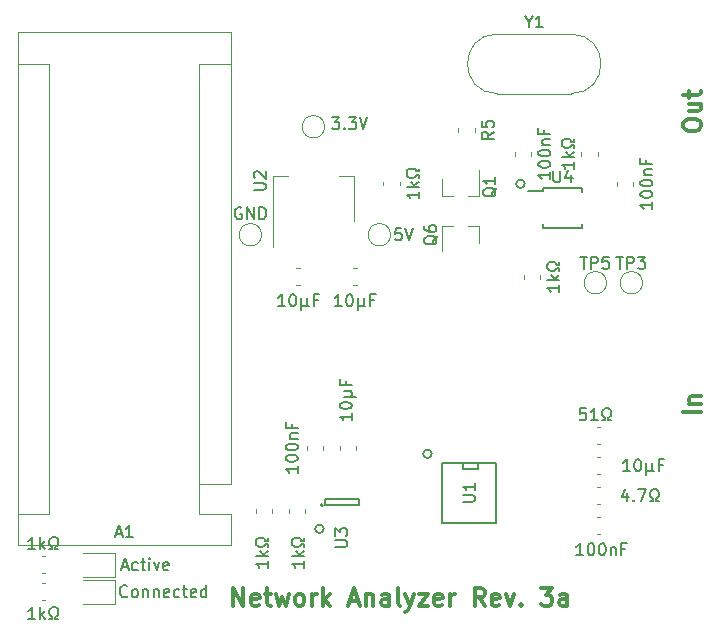
<source format=gbr>
G04 #@! TF.GenerationSoftware,KiCad,Pcbnew,6.0.0-rc1-unknown-0cca1c6~65~ubuntu16.04.1*
G04 #@! TF.CreationDate,2018-08-03T10:45:00+02:00*
G04 #@! TF.ProjectId,ArduinoSpecAn,41726475696E6F53706563416E2E6B69,1.0*
G04 #@! TF.SameCoordinates,Original*
G04 #@! TF.FileFunction,Legend,Top*
G04 #@! TF.FilePolarity,Positive*
%FSLAX46Y46*%
G04 Gerber Fmt 4.6, Leading zero omitted, Abs format (unit mm)*
G04 Created by KiCad (PCBNEW 6.0.0-rc1-unknown-0cca1c6~65~ubuntu16.04.1) date Fri Aug  3 10:45:00 2018*
%MOMM*%
%LPD*%
G01*
G04 APERTURE LIST*
%ADD10C,0.150000*%
%ADD11C,0.300000*%
%ADD12C,0.120000*%
G04 APERTURE END LIST*
D10*
X151489210Y-99314000D02*
G75*
G03X151489210Y-99314000I-359210J0D01*
G01*
X135175809Y-93686380D02*
X135794857Y-93686380D01*
X135461523Y-94067333D01*
X135604380Y-94067333D01*
X135699619Y-94114952D01*
X135747238Y-94162571D01*
X135794857Y-94257809D01*
X135794857Y-94495904D01*
X135747238Y-94591142D01*
X135699619Y-94638761D01*
X135604380Y-94686380D01*
X135318666Y-94686380D01*
X135223428Y-94638761D01*
X135175809Y-94591142D01*
X136223428Y-94591142D02*
X136271047Y-94638761D01*
X136223428Y-94686380D01*
X136175809Y-94638761D01*
X136223428Y-94591142D01*
X136223428Y-94686380D01*
X136604380Y-93686380D02*
X137223428Y-93686380D01*
X136890095Y-94067333D01*
X137032952Y-94067333D01*
X137128190Y-94114952D01*
X137175809Y-94162571D01*
X137223428Y-94257809D01*
X137223428Y-94495904D01*
X137175809Y-94591142D01*
X137128190Y-94638761D01*
X137032952Y-94686380D01*
X136747238Y-94686380D01*
X136652000Y-94638761D01*
X136604380Y-94591142D01*
X137509142Y-93686380D02*
X137842476Y-94686380D01*
X138175809Y-93686380D01*
X141033523Y-103084380D02*
X140557333Y-103084380D01*
X140509714Y-103560571D01*
X140557333Y-103512952D01*
X140652571Y-103465333D01*
X140890666Y-103465333D01*
X140985904Y-103512952D01*
X141033523Y-103560571D01*
X141081142Y-103655809D01*
X141081142Y-103893904D01*
X141033523Y-103989142D01*
X140985904Y-104036761D01*
X140890666Y-104084380D01*
X140652571Y-104084380D01*
X140557333Y-104036761D01*
X140509714Y-103989142D01*
X141366857Y-103084380D02*
X141700190Y-104084380D01*
X142033523Y-103084380D01*
X127508095Y-101354000D02*
X127412857Y-101306380D01*
X127270000Y-101306380D01*
X127127142Y-101354000D01*
X127031904Y-101449238D01*
X126984285Y-101544476D01*
X126936666Y-101734952D01*
X126936666Y-101877809D01*
X126984285Y-102068285D01*
X127031904Y-102163523D01*
X127127142Y-102258761D01*
X127270000Y-102306380D01*
X127365238Y-102306380D01*
X127508095Y-102258761D01*
X127555714Y-102211142D01*
X127555714Y-101877809D01*
X127365238Y-101877809D01*
X127984285Y-102306380D02*
X127984285Y-101306380D01*
X128555714Y-102306380D01*
X128555714Y-101306380D01*
X129031904Y-102306380D02*
X129031904Y-101306380D01*
X129270000Y-101306380D01*
X129412857Y-101354000D01*
X129508095Y-101449238D01*
X129555714Y-101544476D01*
X129603333Y-101734952D01*
X129603333Y-101877809D01*
X129555714Y-102068285D01*
X129508095Y-102163523D01*
X129412857Y-102258761D01*
X129270000Y-102306380D01*
X129031904Y-102306380D01*
D11*
X126827142Y-135044571D02*
X126827142Y-133544571D01*
X127684285Y-135044571D01*
X127684285Y-133544571D01*
X128970000Y-134973142D02*
X128827142Y-135044571D01*
X128541428Y-135044571D01*
X128398571Y-134973142D01*
X128327142Y-134830285D01*
X128327142Y-134258857D01*
X128398571Y-134116000D01*
X128541428Y-134044571D01*
X128827142Y-134044571D01*
X128970000Y-134116000D01*
X129041428Y-134258857D01*
X129041428Y-134401714D01*
X128327142Y-134544571D01*
X129470000Y-134044571D02*
X130041428Y-134044571D01*
X129684285Y-133544571D02*
X129684285Y-134830285D01*
X129755714Y-134973142D01*
X129898571Y-135044571D01*
X130041428Y-135044571D01*
X130398571Y-134044571D02*
X130684285Y-135044571D01*
X130970000Y-134330285D01*
X131255714Y-135044571D01*
X131541428Y-134044571D01*
X132327142Y-135044571D02*
X132184285Y-134973142D01*
X132112857Y-134901714D01*
X132041428Y-134758857D01*
X132041428Y-134330285D01*
X132112857Y-134187428D01*
X132184285Y-134116000D01*
X132327142Y-134044571D01*
X132541428Y-134044571D01*
X132684285Y-134116000D01*
X132755714Y-134187428D01*
X132827142Y-134330285D01*
X132827142Y-134758857D01*
X132755714Y-134901714D01*
X132684285Y-134973142D01*
X132541428Y-135044571D01*
X132327142Y-135044571D01*
X133470000Y-135044571D02*
X133470000Y-134044571D01*
X133470000Y-134330285D02*
X133541428Y-134187428D01*
X133612857Y-134116000D01*
X133755714Y-134044571D01*
X133898571Y-134044571D01*
X134398571Y-135044571D02*
X134398571Y-133544571D01*
X134541428Y-134473142D02*
X134970000Y-135044571D01*
X134970000Y-134044571D02*
X134398571Y-134616000D01*
X136684285Y-134616000D02*
X137398571Y-134616000D01*
X136541428Y-135044571D02*
X137041428Y-133544571D01*
X137541428Y-135044571D01*
X138041428Y-134044571D02*
X138041428Y-135044571D01*
X138041428Y-134187428D02*
X138112857Y-134116000D01*
X138255714Y-134044571D01*
X138470000Y-134044571D01*
X138612857Y-134116000D01*
X138684285Y-134258857D01*
X138684285Y-135044571D01*
X140041428Y-135044571D02*
X140041428Y-134258857D01*
X139970000Y-134116000D01*
X139827142Y-134044571D01*
X139541428Y-134044571D01*
X139398571Y-134116000D01*
X140041428Y-134973142D02*
X139898571Y-135044571D01*
X139541428Y-135044571D01*
X139398571Y-134973142D01*
X139327142Y-134830285D01*
X139327142Y-134687428D01*
X139398571Y-134544571D01*
X139541428Y-134473142D01*
X139898571Y-134473142D01*
X140041428Y-134401714D01*
X140970000Y-135044571D02*
X140827142Y-134973142D01*
X140755714Y-134830285D01*
X140755714Y-133544571D01*
X141398571Y-134044571D02*
X141755714Y-135044571D01*
X142112857Y-134044571D02*
X141755714Y-135044571D01*
X141612857Y-135401714D01*
X141541428Y-135473142D01*
X141398571Y-135544571D01*
X142541428Y-134044571D02*
X143327142Y-134044571D01*
X142541428Y-135044571D01*
X143327142Y-135044571D01*
X144470000Y-134973142D02*
X144327142Y-135044571D01*
X144041428Y-135044571D01*
X143898571Y-134973142D01*
X143827142Y-134830285D01*
X143827142Y-134258857D01*
X143898571Y-134116000D01*
X144041428Y-134044571D01*
X144327142Y-134044571D01*
X144470000Y-134116000D01*
X144541428Y-134258857D01*
X144541428Y-134401714D01*
X143827142Y-134544571D01*
X145184285Y-135044571D02*
X145184285Y-134044571D01*
X145184285Y-134330285D02*
X145255714Y-134187428D01*
X145327142Y-134116000D01*
X145470000Y-134044571D01*
X145612857Y-134044571D01*
X148112857Y-135044571D02*
X147612857Y-134330285D01*
X147255714Y-135044571D02*
X147255714Y-133544571D01*
X147827142Y-133544571D01*
X147970000Y-133616000D01*
X148041428Y-133687428D01*
X148112857Y-133830285D01*
X148112857Y-134044571D01*
X148041428Y-134187428D01*
X147970000Y-134258857D01*
X147827142Y-134330285D01*
X147255714Y-134330285D01*
X149327142Y-134973142D02*
X149184285Y-135044571D01*
X148898571Y-135044571D01*
X148755714Y-134973142D01*
X148684285Y-134830285D01*
X148684285Y-134258857D01*
X148755714Y-134116000D01*
X148898571Y-134044571D01*
X149184285Y-134044571D01*
X149327142Y-134116000D01*
X149398571Y-134258857D01*
X149398571Y-134401714D01*
X148684285Y-134544571D01*
X149898571Y-134044571D02*
X150255714Y-135044571D01*
X150612857Y-134044571D01*
X151184285Y-134901714D02*
X151255714Y-134973142D01*
X151184285Y-135044571D01*
X151112857Y-134973142D01*
X151184285Y-134901714D01*
X151184285Y-135044571D01*
X152898571Y-133544571D02*
X153827142Y-133544571D01*
X153327142Y-134116000D01*
X153541428Y-134116000D01*
X153684285Y-134187428D01*
X153755714Y-134258857D01*
X153827142Y-134401714D01*
X153827142Y-134758857D01*
X153755714Y-134901714D01*
X153684285Y-134973142D01*
X153541428Y-135044571D01*
X153112857Y-135044571D01*
X152970000Y-134973142D01*
X152898571Y-134901714D01*
X155112857Y-135044571D02*
X155112857Y-134258857D01*
X155041428Y-134116000D01*
X154898571Y-134044571D01*
X154612857Y-134044571D01*
X154470000Y-134116000D01*
X155112857Y-134973142D02*
X154970000Y-135044571D01*
X154612857Y-135044571D01*
X154470000Y-134973142D01*
X154398571Y-134830285D01*
X154398571Y-134687428D01*
X154470000Y-134544571D01*
X154612857Y-134473142D01*
X154970000Y-134473142D01*
X155112857Y-134401714D01*
D10*
X117380000Y-131738666D02*
X117856190Y-131738666D01*
X117284761Y-132024380D02*
X117618095Y-131024380D01*
X117951428Y-132024380D01*
X118713333Y-131976761D02*
X118618095Y-132024380D01*
X118427619Y-132024380D01*
X118332380Y-131976761D01*
X118284761Y-131929142D01*
X118237142Y-131833904D01*
X118237142Y-131548190D01*
X118284761Y-131452952D01*
X118332380Y-131405333D01*
X118427619Y-131357714D01*
X118618095Y-131357714D01*
X118713333Y-131405333D01*
X118999047Y-131357714D02*
X119380000Y-131357714D01*
X119141904Y-131024380D02*
X119141904Y-131881523D01*
X119189523Y-131976761D01*
X119284761Y-132024380D01*
X119380000Y-132024380D01*
X119713333Y-132024380D02*
X119713333Y-131357714D01*
X119713333Y-131024380D02*
X119665714Y-131072000D01*
X119713333Y-131119619D01*
X119760952Y-131072000D01*
X119713333Y-131024380D01*
X119713333Y-131119619D01*
X120094285Y-131357714D02*
X120332380Y-132024380D01*
X120570476Y-131357714D01*
X121332380Y-131976761D02*
X121237142Y-132024380D01*
X121046666Y-132024380D01*
X120951428Y-131976761D01*
X120903809Y-131881523D01*
X120903809Y-131500571D01*
X120951428Y-131405333D01*
X121046666Y-131357714D01*
X121237142Y-131357714D01*
X121332380Y-131405333D01*
X121380000Y-131500571D01*
X121380000Y-131595809D01*
X120903809Y-131691047D01*
X117832571Y-134215142D02*
X117784952Y-134262761D01*
X117642095Y-134310380D01*
X117546857Y-134310380D01*
X117404000Y-134262761D01*
X117308761Y-134167523D01*
X117261142Y-134072285D01*
X117213523Y-133881809D01*
X117213523Y-133738952D01*
X117261142Y-133548476D01*
X117308761Y-133453238D01*
X117404000Y-133358000D01*
X117546857Y-133310380D01*
X117642095Y-133310380D01*
X117784952Y-133358000D01*
X117832571Y-133405619D01*
X118404000Y-134310380D02*
X118308761Y-134262761D01*
X118261142Y-134215142D01*
X118213523Y-134119904D01*
X118213523Y-133834190D01*
X118261142Y-133738952D01*
X118308761Y-133691333D01*
X118404000Y-133643714D01*
X118546857Y-133643714D01*
X118642095Y-133691333D01*
X118689714Y-133738952D01*
X118737333Y-133834190D01*
X118737333Y-134119904D01*
X118689714Y-134215142D01*
X118642095Y-134262761D01*
X118546857Y-134310380D01*
X118404000Y-134310380D01*
X119165904Y-133643714D02*
X119165904Y-134310380D01*
X119165904Y-133738952D02*
X119213523Y-133691333D01*
X119308761Y-133643714D01*
X119451619Y-133643714D01*
X119546857Y-133691333D01*
X119594476Y-133786571D01*
X119594476Y-134310380D01*
X120070666Y-133643714D02*
X120070666Y-134310380D01*
X120070666Y-133738952D02*
X120118285Y-133691333D01*
X120213523Y-133643714D01*
X120356380Y-133643714D01*
X120451619Y-133691333D01*
X120499238Y-133786571D01*
X120499238Y-134310380D01*
X121356380Y-134262761D02*
X121261142Y-134310380D01*
X121070666Y-134310380D01*
X120975428Y-134262761D01*
X120927809Y-134167523D01*
X120927809Y-133786571D01*
X120975428Y-133691333D01*
X121070666Y-133643714D01*
X121261142Y-133643714D01*
X121356380Y-133691333D01*
X121404000Y-133786571D01*
X121404000Y-133881809D01*
X120927809Y-133977047D01*
X122261142Y-134262761D02*
X122165904Y-134310380D01*
X121975428Y-134310380D01*
X121880190Y-134262761D01*
X121832571Y-134215142D01*
X121784952Y-134119904D01*
X121784952Y-133834190D01*
X121832571Y-133738952D01*
X121880190Y-133691333D01*
X121975428Y-133643714D01*
X122165904Y-133643714D01*
X122261142Y-133691333D01*
X122546857Y-133643714D02*
X122927809Y-133643714D01*
X122689714Y-133310380D02*
X122689714Y-134167523D01*
X122737333Y-134262761D01*
X122832571Y-134310380D01*
X122927809Y-134310380D01*
X123642095Y-134262761D02*
X123546857Y-134310380D01*
X123356380Y-134310380D01*
X123261142Y-134262761D01*
X123213523Y-134167523D01*
X123213523Y-133786571D01*
X123261142Y-133691333D01*
X123356380Y-133643714D01*
X123546857Y-133643714D01*
X123642095Y-133691333D01*
X123689714Y-133786571D01*
X123689714Y-133881809D01*
X123213523Y-133977047D01*
X124546857Y-134310380D02*
X124546857Y-133310380D01*
X124546857Y-134262761D02*
X124451619Y-134310380D01*
X124261142Y-134310380D01*
X124165904Y-134262761D01*
X124118285Y-134215142D01*
X124070666Y-134119904D01*
X124070666Y-133834190D01*
X124118285Y-133738952D01*
X124165904Y-133691333D01*
X124261142Y-133643714D01*
X124451619Y-133643714D01*
X124546857Y-133691333D01*
X134471210Y-128524000D02*
G75*
G03X134471210Y-128524000I-359210J0D01*
G01*
X143615210Y-122174000D02*
G75*
G03X143615210Y-122174000I-359210J0D01*
G01*
D11*
X166413571Y-118661571D02*
X164913571Y-118661571D01*
X165413571Y-117947285D02*
X166413571Y-117947285D01*
X165556428Y-117947285D02*
X165485000Y-117875857D01*
X165413571Y-117733000D01*
X165413571Y-117518714D01*
X165485000Y-117375857D01*
X165627857Y-117304428D01*
X166413571Y-117304428D01*
X164922318Y-94473704D02*
X164920323Y-94187996D01*
X164990752Y-94044644D01*
X165132609Y-93900793D01*
X165417817Y-93827372D01*
X165917805Y-93823881D01*
X166204011Y-93893313D01*
X166347862Y-94035169D01*
X166420286Y-94177524D01*
X166422281Y-94463232D01*
X166351851Y-94606584D01*
X166209995Y-94750435D01*
X165924786Y-94823857D01*
X165424799Y-94827347D01*
X165138593Y-94757915D01*
X164994742Y-94616059D01*
X164922318Y-94473704D01*
X165408841Y-92541689D02*
X166408817Y-92534707D01*
X165413329Y-93184530D02*
X166199025Y-93179045D01*
X166341380Y-93106621D01*
X166411809Y-92963268D01*
X166410313Y-92748988D01*
X166337889Y-92606633D01*
X166265963Y-92535705D01*
X165405351Y-92041701D02*
X165401362Y-91470286D01*
X164903867Y-91830911D02*
X166189550Y-91821935D01*
X166331905Y-91749511D01*
X166402335Y-91606159D01*
X166401337Y-91463305D01*
D12*
G04 #@! TO.C,A1*
X123952000Y-124714000D02*
X123952000Y-127254000D01*
X123952000Y-127254000D02*
X126622000Y-127254000D01*
X126622000Y-124714000D02*
X126622000Y-86484000D01*
X126622000Y-129924000D02*
X126622000Y-127254000D01*
X111252000Y-127254000D02*
X108582000Y-127254000D01*
X111252000Y-127254000D02*
X111252000Y-89154000D01*
X111252000Y-89154000D02*
X108582000Y-89154000D01*
X123952000Y-124714000D02*
X126622000Y-124714000D01*
X123952000Y-124714000D02*
X123952000Y-89154000D01*
X123952000Y-89154000D02*
X126622000Y-89154000D01*
X126622000Y-86484000D02*
X108582000Y-86484000D01*
X108582000Y-86484000D02*
X108582000Y-129924000D01*
X108582000Y-129924000D02*
X126622000Y-129924000D01*
D10*
G04 #@! TO.C,U1*
X149098000Y-122936000D02*
X149098000Y-128016000D01*
X149098000Y-128016000D02*
X144526000Y-128016000D01*
X144526000Y-128016000D02*
X144526000Y-122936000D01*
X144526000Y-122936000D02*
X149098000Y-122936000D01*
X147574000Y-122936000D02*
X147574000Y-123444000D01*
X147574000Y-123444000D02*
X146304000Y-123444000D01*
X146304000Y-123444000D02*
X146304000Y-122936000D01*
G04 #@! TO.C,U3*
X134417000Y-126538000D02*
G75*
G03X134417000Y-126538000I-100000J0D01*
G01*
X134567000Y-125988000D02*
X134567000Y-126488000D01*
X137467000Y-125988000D02*
X134567000Y-125988000D01*
X137467000Y-126488000D02*
X137467000Y-125988000D01*
X134567000Y-126488000D02*
X137467000Y-126488000D01*
D12*
G04 #@! TO.C,C2*
X137235000Y-121516000D02*
X137235000Y-121816000D01*
X135815000Y-121516000D02*
X135815000Y-121816000D01*
G04 #@! TO.C,C4*
X157884000Y-122480000D02*
X157584000Y-122480000D01*
X157884000Y-123900000D02*
X157584000Y-123900000D01*
G04 #@! TO.C,C5*
X157584000Y-127560000D02*
X157884000Y-127560000D01*
X157584000Y-128980000D02*
X157884000Y-128980000D01*
G04 #@! TO.C,R2*
X157584000Y-119940000D02*
X157884000Y-119940000D01*
X157584000Y-121360000D02*
X157884000Y-121360000D01*
G04 #@! TO.C,R3*
X157584000Y-126440000D02*
X157884000Y-126440000D01*
X157584000Y-125020000D02*
X157884000Y-125020000D01*
G04 #@! TO.C,R11*
X130123000Y-127150000D02*
X130123000Y-126850000D01*
X128703000Y-127150000D02*
X128703000Y-126850000D01*
G04 #@! TO.C,R12*
X132917000Y-126850000D02*
X132917000Y-127150000D01*
X131497000Y-126850000D02*
X131497000Y-127150000D01*
G04 #@! TO.C,C15*
X133021000Y-121816000D02*
X133021000Y-121516000D01*
X134441000Y-121816000D02*
X134441000Y-121516000D01*
G04 #@! TO.C,C6*
X159283500Y-99464000D02*
X159283500Y-99164000D01*
X160703500Y-99464000D02*
X160703500Y-99164000D01*
G04 #@! TO.C,C7*
X152067500Y-96924000D02*
X152067500Y-96624000D01*
X150647500Y-96924000D02*
X150647500Y-96624000D01*
G04 #@! TO.C,C1*
X136983500Y-107898000D02*
X137283500Y-107898000D01*
X136983500Y-106478000D02*
X137283500Y-106478000D01*
G04 #@! TO.C,C3*
X132457500Y-106478000D02*
X132157500Y-106478000D01*
X132457500Y-107898000D02*
X132157500Y-107898000D01*
G04 #@! TO.C,U2*
X137014000Y-98674000D02*
X135754000Y-98674000D01*
X130194000Y-98674000D02*
X131454000Y-98674000D01*
X137014000Y-102434000D02*
X137014000Y-98674000D01*
X130194000Y-104684000D02*
X130194000Y-98674000D01*
G04 #@! TO.C,Y1*
X149175000Y-86629000D02*
X155425000Y-86629000D01*
X149175000Y-91679000D02*
X155425000Y-91679000D01*
X149175000Y-91679000D02*
G75*
G02X149175000Y-86629000I0J2525000D01*
G01*
X155425000Y-91679000D02*
G75*
G03X155425000Y-86629000I0J2525000D01*
G01*
G04 #@! TO.C,TP1*
X140142000Y-103632000D02*
G75*
G03X140142000Y-103632000I-950000J0D01*
G01*
G04 #@! TO.C,TP2*
X134554000Y-94488000D02*
G75*
G03X134554000Y-94488000I-950000J0D01*
G01*
G04 #@! TO.C,TP3*
X161478000Y-107696000D02*
G75*
G03X161478000Y-107696000I-950000J0D01*
G01*
G04 #@! TO.C,TP4*
X129220000Y-103632000D02*
G75*
G03X129220000Y-103632000I-950000J0D01*
G01*
G04 #@! TO.C,TP5*
X158430000Y-107696000D02*
G75*
G03X158430000Y-107696000I-950000J0D01*
G01*
G04 #@! TO.C,Q1*
X144470000Y-100328000D02*
X145400000Y-100328000D01*
X147630000Y-100328000D02*
X146700000Y-100328000D01*
X147630000Y-100328000D02*
X147630000Y-98168000D01*
X144470000Y-100328000D02*
X144470000Y-98868000D01*
G04 #@! TO.C,Q6*
X147630000Y-102872000D02*
X147630000Y-104332000D01*
X144470000Y-102872000D02*
X144470000Y-105032000D01*
X144470000Y-102872000D02*
X145400000Y-102872000D01*
X147630000Y-102872000D02*
X146700000Y-102872000D01*
G04 #@! TO.C,R1*
X139498000Y-99437500D02*
X139498000Y-99137500D01*
X140918000Y-99437500D02*
X140918000Y-99137500D01*
G04 #@! TO.C,R4*
X152829500Y-107338000D02*
X152829500Y-107038000D01*
X151409500Y-107338000D02*
X151409500Y-107038000D01*
G04 #@! TO.C,R5*
X145848000Y-94592000D02*
X145848000Y-94892000D01*
X147268000Y-94592000D02*
X147268000Y-94892000D01*
G04 #@! TO.C,R6*
X157682000Y-96624000D02*
X157682000Y-96924000D01*
X156262000Y-96624000D02*
X156262000Y-96924000D01*
D10*
G04 #@! TO.C,U4*
X153011000Y-99671000D02*
X153011000Y-99896000D01*
X156361000Y-99671000D02*
X156361000Y-99971000D01*
X156361000Y-103021000D02*
X156361000Y-102721000D01*
X153011000Y-103021000D02*
X153011000Y-102721000D01*
X153011000Y-99671000D02*
X156361000Y-99671000D01*
X153011000Y-103021000D02*
X156361000Y-103021000D01*
X153011000Y-99896000D02*
X151786000Y-99896000D01*
D12*
G04 #@! TO.C,D1*
X116823000Y-132848000D02*
X114123000Y-132848000D01*
X116823000Y-134868000D02*
X116823000Y-132848000D01*
X114123000Y-134868000D02*
X116823000Y-134868000D01*
G04 #@! TO.C,D2*
X114123000Y-132582000D02*
X116823000Y-132582000D01*
X116823000Y-132582000D02*
X116823000Y-130562000D01*
X116823000Y-130562000D02*
X114123000Y-130562000D01*
G04 #@! TO.C,R7*
X110594000Y-134568000D02*
X110894000Y-134568000D01*
X110594000Y-133148000D02*
X110894000Y-133148000D01*
G04 #@! TO.C,R8*
X110594000Y-130862000D02*
X110894000Y-130862000D01*
X110594000Y-132282000D02*
X110894000Y-132282000D01*
G04 #@! TO.C,A1*
D10*
X116887714Y-128944666D02*
X117363904Y-128944666D01*
X116792476Y-129230380D02*
X117125809Y-128230380D01*
X117459142Y-129230380D01*
X118316285Y-129230380D02*
X117744857Y-129230380D01*
X118030571Y-129230380D02*
X118030571Y-128230380D01*
X117935333Y-128373238D01*
X117840095Y-128468476D01*
X117744857Y-128516095D01*
G04 #@! TO.C,U1*
X146264380Y-126237904D02*
X147073904Y-126237904D01*
X147169142Y-126190285D01*
X147216761Y-126142666D01*
X147264380Y-126047428D01*
X147264380Y-125856952D01*
X147216761Y-125761714D01*
X147169142Y-125714095D01*
X147073904Y-125666476D01*
X146264380Y-125666476D01*
X147264380Y-124666476D02*
X147264380Y-125237904D01*
X147264380Y-124952190D02*
X146264380Y-124952190D01*
X146407238Y-125047428D01*
X146502476Y-125142666D01*
X146550095Y-125237904D01*
G04 #@! TO.C,U3*
X135469380Y-130047904D02*
X136278904Y-130047904D01*
X136374142Y-130000285D01*
X136421761Y-129952666D01*
X136469380Y-129857428D01*
X136469380Y-129666952D01*
X136421761Y-129571714D01*
X136374142Y-129524095D01*
X136278904Y-129476476D01*
X135469380Y-129476476D01*
X135469380Y-129095523D02*
X135469380Y-128476476D01*
X135850333Y-128809809D01*
X135850333Y-128666952D01*
X135897952Y-128571714D01*
X135945571Y-128524095D01*
X136040809Y-128476476D01*
X136278904Y-128476476D01*
X136374142Y-128524095D01*
X136421761Y-128571714D01*
X136469380Y-128666952D01*
X136469380Y-128952666D01*
X136421761Y-129047904D01*
X136374142Y-129095523D01*
G04 #@! TO.C,C2*
X136850380Y-118744857D02*
X136850380Y-119316285D01*
X136850380Y-119030571D02*
X135850380Y-119030571D01*
X135993238Y-119125809D01*
X136088476Y-119221047D01*
X136136095Y-119316285D01*
X135850380Y-118125809D02*
X135850380Y-118030571D01*
X135898000Y-117935333D01*
X135945619Y-117887714D01*
X136040857Y-117840095D01*
X136231333Y-117792476D01*
X136469428Y-117792476D01*
X136659904Y-117840095D01*
X136755142Y-117887714D01*
X136802761Y-117935333D01*
X136850380Y-118030571D01*
X136850380Y-118125809D01*
X136802761Y-118221047D01*
X136755142Y-118268666D01*
X136659904Y-118316285D01*
X136469428Y-118363904D01*
X136231333Y-118363904D01*
X136040857Y-118316285D01*
X135945619Y-118268666D01*
X135898000Y-118221047D01*
X135850380Y-118125809D01*
X136183714Y-117363904D02*
X137183714Y-117363904D01*
X136707523Y-116887714D02*
X136802761Y-116840095D01*
X136850380Y-116744857D01*
X136707523Y-117363904D02*
X136802761Y-117316285D01*
X136850380Y-117221047D01*
X136850380Y-117030571D01*
X136802761Y-116935333D01*
X136707523Y-116887714D01*
X136183714Y-116887714D01*
X136326571Y-115982952D02*
X136326571Y-116316285D01*
X136850380Y-116316285D02*
X135850380Y-116316285D01*
X135850380Y-115840095D01*
G04 #@! TO.C,C4*
X160401142Y-123642380D02*
X159829714Y-123642380D01*
X160115428Y-123642380D02*
X160115428Y-122642380D01*
X160020190Y-122785238D01*
X159924952Y-122880476D01*
X159829714Y-122928095D01*
X161020190Y-122642380D02*
X161115428Y-122642380D01*
X161210666Y-122690000D01*
X161258285Y-122737619D01*
X161305904Y-122832857D01*
X161353523Y-123023333D01*
X161353523Y-123261428D01*
X161305904Y-123451904D01*
X161258285Y-123547142D01*
X161210666Y-123594761D01*
X161115428Y-123642380D01*
X161020190Y-123642380D01*
X160924952Y-123594761D01*
X160877333Y-123547142D01*
X160829714Y-123451904D01*
X160782095Y-123261428D01*
X160782095Y-123023333D01*
X160829714Y-122832857D01*
X160877333Y-122737619D01*
X160924952Y-122690000D01*
X161020190Y-122642380D01*
X161782095Y-122975714D02*
X161782095Y-123975714D01*
X162258285Y-123499523D02*
X162305904Y-123594761D01*
X162401142Y-123642380D01*
X161782095Y-123499523D02*
X161829714Y-123594761D01*
X161924952Y-123642380D01*
X162115428Y-123642380D01*
X162210666Y-123594761D01*
X162258285Y-123499523D01*
X162258285Y-122975714D01*
X163163047Y-123118571D02*
X162829714Y-123118571D01*
X162829714Y-123642380D02*
X162829714Y-122642380D01*
X163305904Y-122642380D01*
G04 #@! TO.C,C5*
X156440380Y-130754380D02*
X155868952Y-130754380D01*
X156154666Y-130754380D02*
X156154666Y-129754380D01*
X156059428Y-129897238D01*
X155964190Y-129992476D01*
X155868952Y-130040095D01*
X157059428Y-129754380D02*
X157154666Y-129754380D01*
X157249904Y-129802000D01*
X157297523Y-129849619D01*
X157345142Y-129944857D01*
X157392761Y-130135333D01*
X157392761Y-130373428D01*
X157345142Y-130563904D01*
X157297523Y-130659142D01*
X157249904Y-130706761D01*
X157154666Y-130754380D01*
X157059428Y-130754380D01*
X156964190Y-130706761D01*
X156916571Y-130659142D01*
X156868952Y-130563904D01*
X156821333Y-130373428D01*
X156821333Y-130135333D01*
X156868952Y-129944857D01*
X156916571Y-129849619D01*
X156964190Y-129802000D01*
X157059428Y-129754380D01*
X158011809Y-129754380D02*
X158107047Y-129754380D01*
X158202285Y-129802000D01*
X158249904Y-129849619D01*
X158297523Y-129944857D01*
X158345142Y-130135333D01*
X158345142Y-130373428D01*
X158297523Y-130563904D01*
X158249904Y-130659142D01*
X158202285Y-130706761D01*
X158107047Y-130754380D01*
X158011809Y-130754380D01*
X157916571Y-130706761D01*
X157868952Y-130659142D01*
X157821333Y-130563904D01*
X157773714Y-130373428D01*
X157773714Y-130135333D01*
X157821333Y-129944857D01*
X157868952Y-129849619D01*
X157916571Y-129802000D01*
X158011809Y-129754380D01*
X158773714Y-130087714D02*
X158773714Y-130754380D01*
X158773714Y-130182952D02*
X158821333Y-130135333D01*
X158916571Y-130087714D01*
X159059428Y-130087714D01*
X159154666Y-130135333D01*
X159202285Y-130230571D01*
X159202285Y-130754380D01*
X160011809Y-130230571D02*
X159678476Y-130230571D01*
X159678476Y-130754380D02*
X159678476Y-129754380D01*
X160154666Y-129754380D01*
G04 #@! TO.C,R2*
X156670476Y-118324380D02*
X156194285Y-118324380D01*
X156146666Y-118800571D01*
X156194285Y-118752952D01*
X156289523Y-118705333D01*
X156527619Y-118705333D01*
X156622857Y-118752952D01*
X156670476Y-118800571D01*
X156718095Y-118895809D01*
X156718095Y-119133904D01*
X156670476Y-119229142D01*
X156622857Y-119276761D01*
X156527619Y-119324380D01*
X156289523Y-119324380D01*
X156194285Y-119276761D01*
X156146666Y-119229142D01*
X157670476Y-119324380D02*
X157099047Y-119324380D01*
X157384761Y-119324380D02*
X157384761Y-118324380D01*
X157289523Y-118467238D01*
X157194285Y-118562476D01*
X157099047Y-118610095D01*
X158051428Y-119324380D02*
X158289523Y-119324380D01*
X158289523Y-119133904D01*
X158194285Y-119086285D01*
X158099047Y-118991047D01*
X158051428Y-118848190D01*
X158051428Y-118610095D01*
X158099047Y-118467238D01*
X158194285Y-118372000D01*
X158337142Y-118324380D01*
X158527619Y-118324380D01*
X158670476Y-118372000D01*
X158765714Y-118467238D01*
X158813333Y-118610095D01*
X158813333Y-118848190D01*
X158765714Y-118991047D01*
X158670476Y-119086285D01*
X158575238Y-119133904D01*
X158575238Y-119324380D01*
X158813333Y-119324380D01*
G04 #@! TO.C,R3*
X160194761Y-125515714D02*
X160194761Y-126182380D01*
X159956666Y-125134761D02*
X159718571Y-125849047D01*
X160337619Y-125849047D01*
X160718571Y-126087142D02*
X160766190Y-126134761D01*
X160718571Y-126182380D01*
X160670952Y-126134761D01*
X160718571Y-126087142D01*
X160718571Y-126182380D01*
X161099523Y-125182380D02*
X161766190Y-125182380D01*
X161337619Y-126182380D01*
X162099523Y-126182380D02*
X162337619Y-126182380D01*
X162337619Y-125991904D01*
X162242380Y-125944285D01*
X162147142Y-125849047D01*
X162099523Y-125706190D01*
X162099523Y-125468095D01*
X162147142Y-125325238D01*
X162242380Y-125230000D01*
X162385238Y-125182380D01*
X162575714Y-125182380D01*
X162718571Y-125230000D01*
X162813809Y-125325238D01*
X162861428Y-125468095D01*
X162861428Y-125706190D01*
X162813809Y-125849047D01*
X162718571Y-125944285D01*
X162623333Y-125991904D01*
X162623333Y-126182380D01*
X162861428Y-126182380D01*
G04 #@! TO.C,R11*
X129738380Y-131246476D02*
X129738380Y-131817904D01*
X129738380Y-131532190D02*
X128738380Y-131532190D01*
X128881238Y-131627428D01*
X128976476Y-131722666D01*
X129024095Y-131817904D01*
X129738380Y-130817904D02*
X128738380Y-130817904D01*
X129357428Y-130722666D02*
X129738380Y-130436952D01*
X129071714Y-130436952D02*
X129452666Y-130817904D01*
X129738380Y-130056000D02*
X129738380Y-129817904D01*
X129547904Y-129817904D01*
X129500285Y-129913142D01*
X129405047Y-130008380D01*
X129262190Y-130056000D01*
X129024095Y-130056000D01*
X128881238Y-130008380D01*
X128786000Y-129913142D01*
X128738380Y-129770285D01*
X128738380Y-129579809D01*
X128786000Y-129436952D01*
X128881238Y-129341714D01*
X129024095Y-129294095D01*
X129262190Y-129294095D01*
X129405047Y-129341714D01*
X129500285Y-129436952D01*
X129547904Y-129532190D01*
X129738380Y-129532190D01*
X129738380Y-129294095D01*
G04 #@! TO.C,R12*
X132786380Y-131246476D02*
X132786380Y-131817904D01*
X132786380Y-131532190D02*
X131786380Y-131532190D01*
X131929238Y-131627428D01*
X132024476Y-131722666D01*
X132072095Y-131817904D01*
X132786380Y-130817904D02*
X131786380Y-130817904D01*
X132405428Y-130722666D02*
X132786380Y-130436952D01*
X132119714Y-130436952D02*
X132500666Y-130817904D01*
X132786380Y-130056000D02*
X132786380Y-129817904D01*
X132595904Y-129817904D01*
X132548285Y-129913142D01*
X132453047Y-130008380D01*
X132310190Y-130056000D01*
X132072095Y-130056000D01*
X131929238Y-130008380D01*
X131834000Y-129913142D01*
X131786380Y-129770285D01*
X131786380Y-129579809D01*
X131834000Y-129436952D01*
X131929238Y-129341714D01*
X132072095Y-129294095D01*
X132310190Y-129294095D01*
X132453047Y-129341714D01*
X132548285Y-129436952D01*
X132595904Y-129532190D01*
X132786380Y-129532190D01*
X132786380Y-129294095D01*
G04 #@! TO.C,C15*
X132278380Y-123213619D02*
X132278380Y-123785047D01*
X132278380Y-123499333D02*
X131278380Y-123499333D01*
X131421238Y-123594571D01*
X131516476Y-123689809D01*
X131564095Y-123785047D01*
X131278380Y-122594571D02*
X131278380Y-122499333D01*
X131326000Y-122404095D01*
X131373619Y-122356476D01*
X131468857Y-122308857D01*
X131659333Y-122261238D01*
X131897428Y-122261238D01*
X132087904Y-122308857D01*
X132183142Y-122356476D01*
X132230761Y-122404095D01*
X132278380Y-122499333D01*
X132278380Y-122594571D01*
X132230761Y-122689809D01*
X132183142Y-122737428D01*
X132087904Y-122785047D01*
X131897428Y-122832666D01*
X131659333Y-122832666D01*
X131468857Y-122785047D01*
X131373619Y-122737428D01*
X131326000Y-122689809D01*
X131278380Y-122594571D01*
X131278380Y-121642190D02*
X131278380Y-121546952D01*
X131326000Y-121451714D01*
X131373619Y-121404095D01*
X131468857Y-121356476D01*
X131659333Y-121308857D01*
X131897428Y-121308857D01*
X132087904Y-121356476D01*
X132183142Y-121404095D01*
X132230761Y-121451714D01*
X132278380Y-121546952D01*
X132278380Y-121642190D01*
X132230761Y-121737428D01*
X132183142Y-121785047D01*
X132087904Y-121832666D01*
X131897428Y-121880285D01*
X131659333Y-121880285D01*
X131468857Y-121832666D01*
X131373619Y-121785047D01*
X131326000Y-121737428D01*
X131278380Y-121642190D01*
X131611714Y-120880285D02*
X132278380Y-120880285D01*
X131706952Y-120880285D02*
X131659333Y-120832666D01*
X131611714Y-120737428D01*
X131611714Y-120594571D01*
X131659333Y-120499333D01*
X131754571Y-120451714D01*
X132278380Y-120451714D01*
X131754571Y-119642190D02*
X131754571Y-119975523D01*
X132278380Y-119975523D02*
X131278380Y-119975523D01*
X131278380Y-119499333D01*
G04 #@! TO.C,C6*
X162295880Y-100861619D02*
X162295880Y-101433047D01*
X162295880Y-101147333D02*
X161295880Y-101147333D01*
X161438738Y-101242571D01*
X161533976Y-101337809D01*
X161581595Y-101433047D01*
X161295880Y-100242571D02*
X161295880Y-100147333D01*
X161343500Y-100052095D01*
X161391119Y-100004476D01*
X161486357Y-99956857D01*
X161676833Y-99909238D01*
X161914928Y-99909238D01*
X162105404Y-99956857D01*
X162200642Y-100004476D01*
X162248261Y-100052095D01*
X162295880Y-100147333D01*
X162295880Y-100242571D01*
X162248261Y-100337809D01*
X162200642Y-100385428D01*
X162105404Y-100433047D01*
X161914928Y-100480666D01*
X161676833Y-100480666D01*
X161486357Y-100433047D01*
X161391119Y-100385428D01*
X161343500Y-100337809D01*
X161295880Y-100242571D01*
X161295880Y-99290190D02*
X161295880Y-99194952D01*
X161343500Y-99099714D01*
X161391119Y-99052095D01*
X161486357Y-99004476D01*
X161676833Y-98956857D01*
X161914928Y-98956857D01*
X162105404Y-99004476D01*
X162200642Y-99052095D01*
X162248261Y-99099714D01*
X162295880Y-99194952D01*
X162295880Y-99290190D01*
X162248261Y-99385428D01*
X162200642Y-99433047D01*
X162105404Y-99480666D01*
X161914928Y-99528285D01*
X161676833Y-99528285D01*
X161486357Y-99480666D01*
X161391119Y-99433047D01*
X161343500Y-99385428D01*
X161295880Y-99290190D01*
X161629214Y-98528285D02*
X162295880Y-98528285D01*
X161724452Y-98528285D02*
X161676833Y-98480666D01*
X161629214Y-98385428D01*
X161629214Y-98242571D01*
X161676833Y-98147333D01*
X161772071Y-98099714D01*
X162295880Y-98099714D01*
X161772071Y-97290190D02*
X161772071Y-97623523D01*
X162295880Y-97623523D02*
X161295880Y-97623523D01*
X161295880Y-97147333D01*
G04 #@! TO.C,C7*
X153659880Y-98321619D02*
X153659880Y-98893047D01*
X153659880Y-98607333D02*
X152659880Y-98607333D01*
X152802738Y-98702571D01*
X152897976Y-98797809D01*
X152945595Y-98893047D01*
X152659880Y-97702571D02*
X152659880Y-97607333D01*
X152707500Y-97512095D01*
X152755119Y-97464476D01*
X152850357Y-97416857D01*
X153040833Y-97369238D01*
X153278928Y-97369238D01*
X153469404Y-97416857D01*
X153564642Y-97464476D01*
X153612261Y-97512095D01*
X153659880Y-97607333D01*
X153659880Y-97702571D01*
X153612261Y-97797809D01*
X153564642Y-97845428D01*
X153469404Y-97893047D01*
X153278928Y-97940666D01*
X153040833Y-97940666D01*
X152850357Y-97893047D01*
X152755119Y-97845428D01*
X152707500Y-97797809D01*
X152659880Y-97702571D01*
X152659880Y-96750190D02*
X152659880Y-96654952D01*
X152707500Y-96559714D01*
X152755119Y-96512095D01*
X152850357Y-96464476D01*
X153040833Y-96416857D01*
X153278928Y-96416857D01*
X153469404Y-96464476D01*
X153564642Y-96512095D01*
X153612261Y-96559714D01*
X153659880Y-96654952D01*
X153659880Y-96750190D01*
X153612261Y-96845428D01*
X153564642Y-96893047D01*
X153469404Y-96940666D01*
X153278928Y-96988285D01*
X153040833Y-96988285D01*
X152850357Y-96940666D01*
X152755119Y-96893047D01*
X152707500Y-96845428D01*
X152659880Y-96750190D01*
X152993214Y-95988285D02*
X153659880Y-95988285D01*
X153088452Y-95988285D02*
X153040833Y-95940666D01*
X152993214Y-95845428D01*
X152993214Y-95702571D01*
X153040833Y-95607333D01*
X153136071Y-95559714D01*
X153659880Y-95559714D01*
X153136071Y-94750190D02*
X153136071Y-95083523D01*
X153659880Y-95083523D02*
X152659880Y-95083523D01*
X152659880Y-94607333D01*
G04 #@! TO.C,C1*
X135990642Y-109672380D02*
X135419214Y-109672380D01*
X135704928Y-109672380D02*
X135704928Y-108672380D01*
X135609690Y-108815238D01*
X135514452Y-108910476D01*
X135419214Y-108958095D01*
X136609690Y-108672380D02*
X136704928Y-108672380D01*
X136800166Y-108720000D01*
X136847785Y-108767619D01*
X136895404Y-108862857D01*
X136943023Y-109053333D01*
X136943023Y-109291428D01*
X136895404Y-109481904D01*
X136847785Y-109577142D01*
X136800166Y-109624761D01*
X136704928Y-109672380D01*
X136609690Y-109672380D01*
X136514452Y-109624761D01*
X136466833Y-109577142D01*
X136419214Y-109481904D01*
X136371595Y-109291428D01*
X136371595Y-109053333D01*
X136419214Y-108862857D01*
X136466833Y-108767619D01*
X136514452Y-108720000D01*
X136609690Y-108672380D01*
X137371595Y-109005714D02*
X137371595Y-110005714D01*
X137847785Y-109529523D02*
X137895404Y-109624761D01*
X137990642Y-109672380D01*
X137371595Y-109529523D02*
X137419214Y-109624761D01*
X137514452Y-109672380D01*
X137704928Y-109672380D01*
X137800166Y-109624761D01*
X137847785Y-109529523D01*
X137847785Y-109005714D01*
X138752547Y-109148571D02*
X138419214Y-109148571D01*
X138419214Y-109672380D02*
X138419214Y-108672380D01*
X138895404Y-108672380D01*
G04 #@! TO.C,C3*
X131191142Y-109672380D02*
X130619714Y-109672380D01*
X130905428Y-109672380D02*
X130905428Y-108672380D01*
X130810190Y-108815238D01*
X130714952Y-108910476D01*
X130619714Y-108958095D01*
X131810190Y-108672380D02*
X131905428Y-108672380D01*
X132000666Y-108720000D01*
X132048285Y-108767619D01*
X132095904Y-108862857D01*
X132143523Y-109053333D01*
X132143523Y-109291428D01*
X132095904Y-109481904D01*
X132048285Y-109577142D01*
X132000666Y-109624761D01*
X131905428Y-109672380D01*
X131810190Y-109672380D01*
X131714952Y-109624761D01*
X131667333Y-109577142D01*
X131619714Y-109481904D01*
X131572095Y-109291428D01*
X131572095Y-109053333D01*
X131619714Y-108862857D01*
X131667333Y-108767619D01*
X131714952Y-108720000D01*
X131810190Y-108672380D01*
X132572095Y-109005714D02*
X132572095Y-110005714D01*
X133048285Y-109529523D02*
X133095904Y-109624761D01*
X133191142Y-109672380D01*
X132572095Y-109529523D02*
X132619714Y-109624761D01*
X132714952Y-109672380D01*
X132905428Y-109672380D01*
X133000666Y-109624761D01*
X133048285Y-109529523D01*
X133048285Y-109005714D01*
X133953047Y-109148571D02*
X133619714Y-109148571D01*
X133619714Y-109672380D02*
X133619714Y-108672380D01*
X134095904Y-108672380D01*
G04 #@! TO.C,U2*
X128556380Y-99821904D02*
X129365904Y-99821904D01*
X129461142Y-99774285D01*
X129508761Y-99726666D01*
X129556380Y-99631428D01*
X129556380Y-99440952D01*
X129508761Y-99345714D01*
X129461142Y-99298095D01*
X129365904Y-99250476D01*
X128556380Y-99250476D01*
X128651619Y-98821904D02*
X128604000Y-98774285D01*
X128556380Y-98679047D01*
X128556380Y-98440952D01*
X128604000Y-98345714D01*
X128651619Y-98298095D01*
X128746857Y-98250476D01*
X128842095Y-98250476D01*
X128984952Y-98298095D01*
X129556380Y-98869523D01*
X129556380Y-98250476D01*
G04 #@! TO.C,Y1*
X151823809Y-85605190D02*
X151823809Y-86081380D01*
X151490476Y-85081380D02*
X151823809Y-85605190D01*
X152157142Y-85081380D01*
X153014285Y-86081380D02*
X152442857Y-86081380D01*
X152728571Y-86081380D02*
X152728571Y-85081380D01*
X152633333Y-85224238D01*
X152538095Y-85319476D01*
X152442857Y-85367095D01*
G04 #@! TO.C,TP3*
X159266095Y-105500380D02*
X159837523Y-105500380D01*
X159551809Y-106500380D02*
X159551809Y-105500380D01*
X160170857Y-106500380D02*
X160170857Y-105500380D01*
X160551809Y-105500380D01*
X160647047Y-105548000D01*
X160694666Y-105595619D01*
X160742285Y-105690857D01*
X160742285Y-105833714D01*
X160694666Y-105928952D01*
X160647047Y-105976571D01*
X160551809Y-106024190D01*
X160170857Y-106024190D01*
X161075619Y-105500380D02*
X161694666Y-105500380D01*
X161361333Y-105881333D01*
X161504190Y-105881333D01*
X161599428Y-105928952D01*
X161647047Y-105976571D01*
X161694666Y-106071809D01*
X161694666Y-106309904D01*
X161647047Y-106405142D01*
X161599428Y-106452761D01*
X161504190Y-106500380D01*
X161218476Y-106500380D01*
X161123238Y-106452761D01*
X161075619Y-106405142D01*
G04 #@! TO.C,TP5*
X156218095Y-105500380D02*
X156789523Y-105500380D01*
X156503809Y-106500380D02*
X156503809Y-105500380D01*
X157122857Y-106500380D02*
X157122857Y-105500380D01*
X157503809Y-105500380D01*
X157599047Y-105548000D01*
X157646666Y-105595619D01*
X157694285Y-105690857D01*
X157694285Y-105833714D01*
X157646666Y-105928952D01*
X157599047Y-105976571D01*
X157503809Y-106024190D01*
X157122857Y-106024190D01*
X158599047Y-105500380D02*
X158122857Y-105500380D01*
X158075238Y-105976571D01*
X158122857Y-105928952D01*
X158218095Y-105881333D01*
X158456190Y-105881333D01*
X158551428Y-105928952D01*
X158599047Y-105976571D01*
X158646666Y-106071809D01*
X158646666Y-106309904D01*
X158599047Y-106405142D01*
X158551428Y-106452761D01*
X158456190Y-106500380D01*
X158218095Y-106500380D01*
X158122857Y-106452761D01*
X158075238Y-106405142D01*
G04 #@! TO.C,Q1*
X149097619Y-99663238D02*
X149050000Y-99758476D01*
X148954761Y-99853714D01*
X148811904Y-99996571D01*
X148764285Y-100091809D01*
X148764285Y-100187047D01*
X149002380Y-100139428D02*
X148954761Y-100234666D01*
X148859523Y-100329904D01*
X148669047Y-100377523D01*
X148335714Y-100377523D01*
X148145238Y-100329904D01*
X148050000Y-100234666D01*
X148002380Y-100139428D01*
X148002380Y-99948952D01*
X148050000Y-99853714D01*
X148145238Y-99758476D01*
X148335714Y-99710857D01*
X148669047Y-99710857D01*
X148859523Y-99758476D01*
X148954761Y-99853714D01*
X149002380Y-99948952D01*
X149002380Y-100139428D01*
X149002380Y-98758476D02*
X149002380Y-99329904D01*
X149002380Y-99044190D02*
X148002380Y-99044190D01*
X148145238Y-99139428D01*
X148240476Y-99234666D01*
X148288095Y-99329904D01*
G04 #@! TO.C,Q6*
X144097619Y-103727238D02*
X144050000Y-103822476D01*
X143954761Y-103917714D01*
X143811904Y-104060571D01*
X143764285Y-104155809D01*
X143764285Y-104251047D01*
X144002380Y-104203428D02*
X143954761Y-104298666D01*
X143859523Y-104393904D01*
X143669047Y-104441523D01*
X143335714Y-104441523D01*
X143145238Y-104393904D01*
X143050000Y-104298666D01*
X143002380Y-104203428D01*
X143002380Y-104012952D01*
X143050000Y-103917714D01*
X143145238Y-103822476D01*
X143335714Y-103774857D01*
X143669047Y-103774857D01*
X143859523Y-103822476D01*
X143954761Y-103917714D01*
X144002380Y-104012952D01*
X144002380Y-104203428D01*
X143002380Y-102917714D02*
X143002380Y-103108190D01*
X143050000Y-103203428D01*
X143097619Y-103251047D01*
X143240476Y-103346285D01*
X143430952Y-103393904D01*
X143811904Y-103393904D01*
X143907142Y-103346285D01*
X143954761Y-103298666D01*
X144002380Y-103203428D01*
X144002380Y-103012952D01*
X143954761Y-102917714D01*
X143907142Y-102870095D01*
X143811904Y-102822476D01*
X143573809Y-102822476D01*
X143478571Y-102870095D01*
X143430952Y-102917714D01*
X143383333Y-103012952D01*
X143383333Y-103203428D01*
X143430952Y-103298666D01*
X143478571Y-103346285D01*
X143573809Y-103393904D01*
G04 #@! TO.C,R1*
X142510380Y-99977976D02*
X142510380Y-100549404D01*
X142510380Y-100263690D02*
X141510380Y-100263690D01*
X141653238Y-100358928D01*
X141748476Y-100454166D01*
X141796095Y-100549404D01*
X142510380Y-99549404D02*
X141510380Y-99549404D01*
X142129428Y-99454166D02*
X142510380Y-99168452D01*
X141843714Y-99168452D02*
X142224666Y-99549404D01*
X142510380Y-98787500D02*
X142510380Y-98549404D01*
X142319904Y-98549404D01*
X142272285Y-98644642D01*
X142177047Y-98739880D01*
X142034190Y-98787500D01*
X141796095Y-98787500D01*
X141653238Y-98739880D01*
X141558000Y-98644642D01*
X141510380Y-98501785D01*
X141510380Y-98311309D01*
X141558000Y-98168452D01*
X141653238Y-98073214D01*
X141796095Y-98025595D01*
X142034190Y-98025595D01*
X142177047Y-98073214D01*
X142272285Y-98168452D01*
X142319904Y-98263690D01*
X142510380Y-98263690D01*
X142510380Y-98025595D01*
G04 #@! TO.C,R4*
X154421880Y-107878476D02*
X154421880Y-108449904D01*
X154421880Y-108164190D02*
X153421880Y-108164190D01*
X153564738Y-108259428D01*
X153659976Y-108354666D01*
X153707595Y-108449904D01*
X154421880Y-107449904D02*
X153421880Y-107449904D01*
X154040928Y-107354666D02*
X154421880Y-107068952D01*
X153755214Y-107068952D02*
X154136166Y-107449904D01*
X154421880Y-106688000D02*
X154421880Y-106449904D01*
X154231404Y-106449904D01*
X154183785Y-106545142D01*
X154088547Y-106640380D01*
X153945690Y-106688000D01*
X153707595Y-106688000D01*
X153564738Y-106640380D01*
X153469500Y-106545142D01*
X153421880Y-106402285D01*
X153421880Y-106211809D01*
X153469500Y-106068952D01*
X153564738Y-105973714D01*
X153707595Y-105926095D01*
X153945690Y-105926095D01*
X154088547Y-105973714D01*
X154183785Y-106068952D01*
X154231404Y-106164190D01*
X154421880Y-106164190D01*
X154421880Y-105926095D01*
G04 #@! TO.C,R5*
X148860380Y-94908666D02*
X148384190Y-95242000D01*
X148860380Y-95480095D02*
X147860380Y-95480095D01*
X147860380Y-95099142D01*
X147908000Y-95003904D01*
X147955619Y-94956285D01*
X148050857Y-94908666D01*
X148193714Y-94908666D01*
X148288952Y-94956285D01*
X148336571Y-95003904D01*
X148384190Y-95099142D01*
X148384190Y-95480095D01*
X147860380Y-94003904D02*
X147860380Y-94480095D01*
X148336571Y-94527714D01*
X148288952Y-94480095D01*
X148241333Y-94384857D01*
X148241333Y-94146761D01*
X148288952Y-94051523D01*
X148336571Y-94003904D01*
X148431809Y-93956285D01*
X148669904Y-93956285D01*
X148765142Y-94003904D01*
X148812761Y-94051523D01*
X148860380Y-94146761D01*
X148860380Y-94384857D01*
X148812761Y-94480095D01*
X148765142Y-94527714D01*
G04 #@! TO.C,R6*
X155646380Y-97464476D02*
X155646380Y-98035904D01*
X155646380Y-97750190D02*
X154646380Y-97750190D01*
X154789238Y-97845428D01*
X154884476Y-97940666D01*
X154932095Y-98035904D01*
X155646380Y-97035904D02*
X154646380Y-97035904D01*
X155265428Y-96940666D02*
X155646380Y-96654952D01*
X154979714Y-96654952D02*
X155360666Y-97035904D01*
X155646380Y-96274000D02*
X155646380Y-96035904D01*
X155455904Y-96035904D01*
X155408285Y-96131142D01*
X155313047Y-96226380D01*
X155170190Y-96274000D01*
X154932095Y-96274000D01*
X154789238Y-96226380D01*
X154694000Y-96131142D01*
X154646380Y-95988285D01*
X154646380Y-95797809D01*
X154694000Y-95654952D01*
X154789238Y-95559714D01*
X154932095Y-95512095D01*
X155170190Y-95512095D01*
X155313047Y-95559714D01*
X155408285Y-95654952D01*
X155455904Y-95750190D01*
X155646380Y-95750190D01*
X155646380Y-95512095D01*
G04 #@! TO.C,U4*
X153924095Y-98198380D02*
X153924095Y-99007904D01*
X153971714Y-99103142D01*
X154019333Y-99150761D01*
X154114571Y-99198380D01*
X154305047Y-99198380D01*
X154400285Y-99150761D01*
X154447904Y-99103142D01*
X154495523Y-99007904D01*
X154495523Y-98198380D01*
X155400285Y-98531714D02*
X155400285Y-99198380D01*
X155162190Y-98150761D02*
X154924095Y-98865047D01*
X155543142Y-98865047D01*
G04 #@! TO.C,R7*
X110053523Y-136160380D02*
X109482095Y-136160380D01*
X109767809Y-136160380D02*
X109767809Y-135160380D01*
X109672571Y-135303238D01*
X109577333Y-135398476D01*
X109482095Y-135446095D01*
X110482095Y-136160380D02*
X110482095Y-135160380D01*
X110577333Y-135779428D02*
X110863047Y-136160380D01*
X110863047Y-135493714D02*
X110482095Y-135874666D01*
X111244000Y-136160380D02*
X111482095Y-136160380D01*
X111482095Y-135969904D01*
X111386857Y-135922285D01*
X111291619Y-135827047D01*
X111244000Y-135684190D01*
X111244000Y-135446095D01*
X111291619Y-135303238D01*
X111386857Y-135208000D01*
X111529714Y-135160380D01*
X111720190Y-135160380D01*
X111863047Y-135208000D01*
X111958285Y-135303238D01*
X112005904Y-135446095D01*
X112005904Y-135684190D01*
X111958285Y-135827047D01*
X111863047Y-135922285D01*
X111767809Y-135969904D01*
X111767809Y-136160380D01*
X112005904Y-136160380D01*
G04 #@! TO.C,R8*
X110053523Y-130246380D02*
X109482095Y-130246380D01*
X109767809Y-130246380D02*
X109767809Y-129246380D01*
X109672571Y-129389238D01*
X109577333Y-129484476D01*
X109482095Y-129532095D01*
X110482095Y-130246380D02*
X110482095Y-129246380D01*
X110577333Y-129865428D02*
X110863047Y-130246380D01*
X110863047Y-129579714D02*
X110482095Y-129960666D01*
X111244000Y-130246380D02*
X111482095Y-130246380D01*
X111482095Y-130055904D01*
X111386857Y-130008285D01*
X111291619Y-129913047D01*
X111244000Y-129770190D01*
X111244000Y-129532095D01*
X111291619Y-129389238D01*
X111386857Y-129294000D01*
X111529714Y-129246380D01*
X111720190Y-129246380D01*
X111863047Y-129294000D01*
X111958285Y-129389238D01*
X112005904Y-129532095D01*
X112005904Y-129770190D01*
X111958285Y-129913047D01*
X111863047Y-130008285D01*
X111767809Y-130055904D01*
X111767809Y-130246380D01*
X112005904Y-130246380D01*
G04 #@! TD*
M02*

</source>
